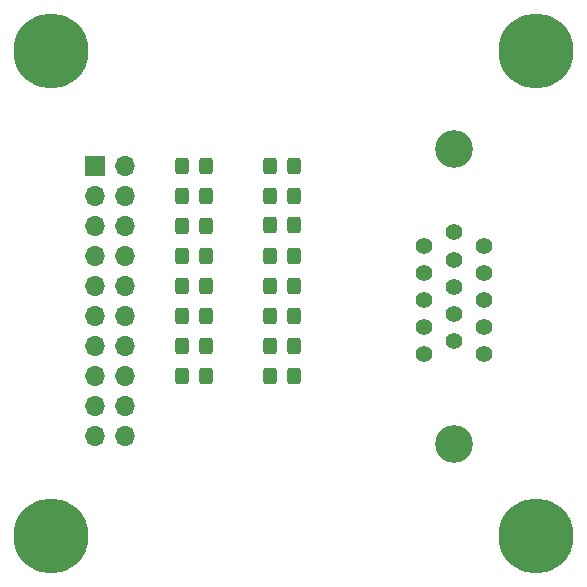
<source format=gts>
G04 #@! TF.GenerationSoftware,KiCad,Pcbnew,(6.0.1)*
G04 #@! TF.CreationDate,2022-05-17T17:19:42-04:00*
G04 #@! TF.ProjectId,VGAX49,56474158-3439-42e6-9b69-6361645f7063,X1*
G04 #@! TF.SameCoordinates,Original*
G04 #@! TF.FileFunction,Soldermask,Top*
G04 #@! TF.FilePolarity,Negative*
%FSLAX46Y46*%
G04 Gerber Fmt 4.6, Leading zero omitted, Abs format (unit mm)*
G04 Created by KiCad (PCBNEW (6.0.1)) date 2022-05-17 17:19:42*
%MOMM*%
%LPD*%
G01*
G04 APERTURE LIST*
G04 Aperture macros list*
%AMRoundRect*
0 Rectangle with rounded corners*
0 $1 Rounding radius*
0 $2 $3 $4 $5 $6 $7 $8 $9 X,Y pos of 4 corners*
0 Add a 4 corners polygon primitive as box body*
4,1,4,$2,$3,$4,$5,$6,$7,$8,$9,$2,$3,0*
0 Add four circle primitives for the rounded corners*
1,1,$1+$1,$2,$3*
1,1,$1+$1,$4,$5*
1,1,$1+$1,$6,$7*
1,1,$1+$1,$8,$9*
0 Add four rect primitives between the rounded corners*
20,1,$1+$1,$2,$3,$4,$5,0*
20,1,$1+$1,$4,$5,$6,$7,0*
20,1,$1+$1,$6,$7,$8,$9,0*
20,1,$1+$1,$8,$9,$2,$3,0*%
G04 Aperture macros list end*
%ADD10C,6.350000*%
%ADD11R,1.700000X1.700000*%
%ADD12O,1.700000X1.700000*%
%ADD13C,3.200000*%
%ADD14C,1.397000*%
%ADD15RoundRect,0.250000X0.325000X0.450000X-0.325000X0.450000X-0.325000X-0.450000X0.325000X-0.450000X0*%
G04 APERTURE END LIST*
D10*
X14000000Y-55000000D03*
X55000000Y-55000000D03*
X55000000Y-14000000D03*
X14000000Y-14000000D03*
D11*
X17653000Y-23749000D03*
D12*
X20193000Y-23749000D03*
X17653000Y-26289000D03*
X20193000Y-26289000D03*
X17653000Y-28829000D03*
X20193000Y-28829000D03*
X17653000Y-31369000D03*
X20193000Y-31369000D03*
X17653000Y-33909000D03*
X20193000Y-33909000D03*
X17653000Y-36449000D03*
X20193000Y-36449000D03*
X17653000Y-38989000D03*
X20193000Y-38989000D03*
X17653000Y-41529000D03*
X20193000Y-41529000D03*
X17653000Y-44069000D03*
X20193000Y-44069000D03*
X17653000Y-46609000D03*
X20193000Y-46609000D03*
D13*
X48059340Y-47292260D03*
X48059340Y-22303740D03*
D14*
X45519340Y-30487620D03*
X45519340Y-32778700D03*
X45519340Y-35064700D03*
X45519340Y-37358320D03*
X45519340Y-39646860D03*
X48059340Y-29342080D03*
X48059340Y-31633160D03*
X48059340Y-33924240D03*
X48059340Y-36212780D03*
X48059340Y-38503860D03*
X50599340Y-30487620D03*
X50599340Y-32778700D03*
X50596800Y-35067240D03*
X50599340Y-37358320D03*
X50599340Y-39646860D03*
D15*
X34553000Y-23749000D03*
X32503000Y-23749000D03*
X27060000Y-23749000D03*
X25010000Y-23749000D03*
X34553000Y-26289000D03*
X32503000Y-26289000D03*
X27060000Y-26289000D03*
X25010000Y-26289000D03*
X34553000Y-28702000D03*
X32503000Y-28702000D03*
X27060000Y-28829000D03*
X25010000Y-28829000D03*
X34553000Y-31369000D03*
X32503000Y-31369000D03*
X27060000Y-31369000D03*
X25010000Y-31369000D03*
X34553000Y-33909000D03*
X32503000Y-33909000D03*
X27060000Y-33909000D03*
X25010000Y-33909000D03*
X34553000Y-36449000D03*
X32503000Y-36449000D03*
X27060000Y-36449000D03*
X25010000Y-36449000D03*
X34553000Y-38989000D03*
X32503000Y-38989000D03*
X27060000Y-38989000D03*
X25010000Y-38989000D03*
X34553000Y-41529000D03*
X32503000Y-41529000D03*
X27060000Y-41529000D03*
X25010000Y-41529000D03*
M02*

</source>
